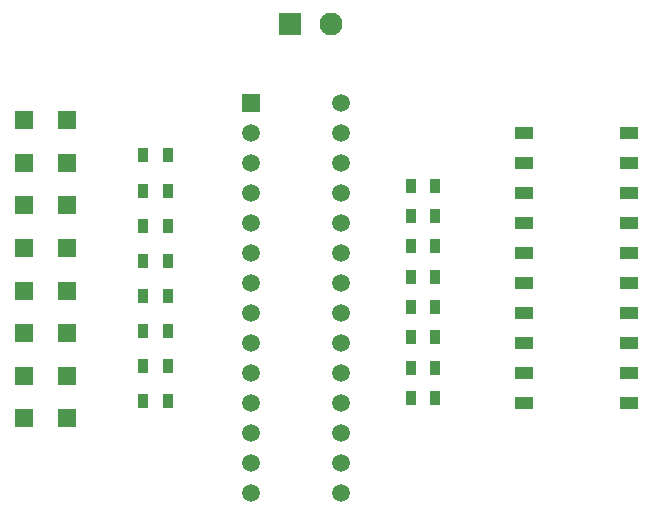
<source format=gbr>
%TF.GenerationSoftware,Altium Limited,Altium Designer,22.1.2 (22)*%
G04 Layer_Color=255*
%FSLAX26Y26*%
%MOIN*%
%TF.SameCoordinates,26ABD0B8-493F-4C78-88A6-316F46C79C97*%
%TF.FilePolarity,Positive*%
%TF.FileFunction,Pads,Top*%
%TF.Part,Single*%
G01*
G75*
%TA.AperFunction,SMDPad,CuDef*%
%ADD10R,0.059055X0.062992*%
%ADD11R,0.059055X0.043307*%
%ADD12R,0.035433X0.047244*%
%TA.AperFunction,ComponentPad*%
%ADD14C,0.076772*%
%ADD15R,0.076772X0.076772*%
%ADD16C,0.059055*%
%ADD17R,0.059055X0.059055*%
D10*
X3065197Y2342317D02*
D03*
X2923465D02*
D03*
X3065197Y2200174D02*
D03*
X2923465D02*
D03*
X3065197Y2484460D02*
D03*
X2923465D02*
D03*
X3065197Y2626603D02*
D03*
X2923465D02*
D03*
X3065197Y2768745D02*
D03*
X2923465D02*
D03*
X3065197Y3053031D02*
D03*
X2923465D02*
D03*
X3065197Y2910888D02*
D03*
X2923465D02*
D03*
X3065197Y2058032D02*
D03*
X2923465D02*
D03*
D11*
X4588583Y2109055D02*
D03*
Y2209055D02*
D03*
Y2309055D02*
D03*
Y2409055D02*
D03*
Y2509055D02*
D03*
Y2609055D02*
D03*
Y2709055D02*
D03*
Y2809055D02*
D03*
Y2909055D02*
D03*
Y3009055D02*
D03*
X4938976D02*
D03*
Y2909055D02*
D03*
Y2809055D02*
D03*
Y2709055D02*
D03*
Y2609055D02*
D03*
Y2509055D02*
D03*
Y2409055D02*
D03*
Y2309055D02*
D03*
Y2209055D02*
D03*
Y2109055D02*
D03*
D12*
X4293307Y2834645D02*
D03*
X4210630D02*
D03*
X4293307Y2733408D02*
D03*
X4210630D02*
D03*
X4293307Y2632171D02*
D03*
X4210630D02*
D03*
X4293307Y2530933D02*
D03*
X4210630D02*
D03*
X4293307Y2429696D02*
D03*
X4210630D02*
D03*
X4293307Y2328459D02*
D03*
X4210630D02*
D03*
X4293307Y2227222D02*
D03*
X4210630D02*
D03*
X4293307Y2125984D02*
D03*
X4210630D02*
D03*
X3317913Y2115000D02*
D03*
X3400591D02*
D03*
X3317913Y2232143D02*
D03*
X3400591D02*
D03*
X3317913Y2349286D02*
D03*
X3400591D02*
D03*
X3317913Y2466428D02*
D03*
X3400591D02*
D03*
X3317913Y2583571D02*
D03*
X3400591D02*
D03*
X3317913Y2700714D02*
D03*
X3400591D02*
D03*
X3317913Y2817857D02*
D03*
X3400591D02*
D03*
X3317913Y2935000D02*
D03*
X3400591D02*
D03*
D14*
X3946850Y3374016D02*
D03*
D15*
X3809055D02*
D03*
D16*
X3980000Y1810000D02*
D03*
Y1910000D02*
D03*
Y2010000D02*
D03*
Y2110000D02*
D03*
Y2210000D02*
D03*
Y2310000D02*
D03*
Y2410000D02*
D03*
Y2510000D02*
D03*
Y2610000D02*
D03*
Y2710000D02*
D03*
Y2810000D02*
D03*
Y2910000D02*
D03*
Y3010000D02*
D03*
Y3110000D02*
D03*
X3680000Y1810000D02*
D03*
Y1910000D02*
D03*
Y2010000D02*
D03*
Y2110000D02*
D03*
Y2210000D02*
D03*
Y2310000D02*
D03*
Y2410000D02*
D03*
Y2510000D02*
D03*
Y2610000D02*
D03*
Y2710000D02*
D03*
Y2810000D02*
D03*
Y2910000D02*
D03*
Y3010000D02*
D03*
D17*
Y3110000D02*
D03*
%TF.MD5,97e31b5cadbb901289975cb1db475c38*%
M02*

</source>
